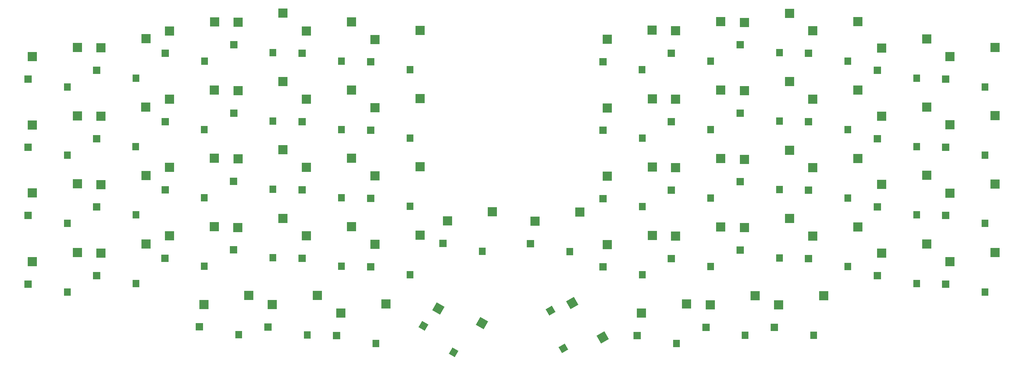
<source format=gbp>
%TF.GenerationSoftware,KiCad,Pcbnew,(6.0.10)*%
%TF.CreationDate,2023-09-30T09:22:21-05:00*%
%TF.ProjectId,RunType58,52756e54-7970-4653-9538-2e6b69636164,rev?*%
%TF.SameCoordinates,Original*%
%TF.FileFunction,Paste,Bot*%
%TF.FilePolarity,Positive*%
%FSLAX46Y46*%
G04 Gerber Fmt 4.6, Leading zero omitted, Abs format (unit mm)*
G04 Created by KiCad (PCBNEW (6.0.10)) date 2023-09-30 09:22:21*
%MOMM*%
%LPD*%
G01*
G04 APERTURE LIST*
G04 Aperture macros list*
%AMRotRect*
0 Rectangle, with rotation*
0 The origin of the aperture is its center*
0 $1 length*
0 $2 width*
0 $3 Rotation angle, in degrees counterclockwise*
0 Add horizontal line*
21,1,$1,$2,0,0,$3*%
G04 Aperture macros list end*
%ADD10R,2.000000X2.000000*%
%ADD11R,2.500000X2.500000*%
%ADD12R,1.900000X2.000000*%
%ADD13RotRect,2.000000X2.000000X150.000000*%
%ADD14RotRect,2.500000X2.500000X150.000000*%
%ADD15RotRect,1.900000X2.000000X150.000000*%
%ADD16RotRect,2.000000X2.000000X120.000000*%
%ADD17RotRect,2.500000X2.500000X120.000000*%
%ADD18RotRect,1.900000X2.000000X120.000000*%
G04 APERTURE END LIST*
D10*
%TO.C,SW58*%
X113120000Y-119210000D03*
D11*
X114320000Y-112970000D03*
D12*
X124020000Y-121410000D03*
D11*
X126820000Y-110430000D03*
%TD*%
%TO.C,SW57*%
X107790000Y-108020000D03*
D12*
X104990000Y-119000000D03*
D11*
X95290000Y-110560000D03*
D10*
X94090000Y-116800000D03*
%TD*%
D13*
%TO.C,SW56*%
X137255194Y-116514294D03*
D14*
X141414425Y-111710295D03*
D15*
X145594871Y-123869550D03*
D14*
X153509742Y-115760591D03*
%TD*%
D10*
%TO.C,SW55*%
X75060000Y-116790000D03*
D11*
X76260000Y-110550000D03*
D12*
X85960000Y-118990000D03*
D11*
X88760000Y-108010000D03*
%TD*%
D10*
%TO.C,SW54*%
X46470000Y-102520000D03*
D11*
X47670000Y-96280000D03*
D12*
X57370000Y-104720000D03*
D11*
X60170000Y-93740000D03*
%TD*%
D10*
%TO.C,SW53*%
X27420000Y-104860000D03*
D11*
X28620000Y-98620000D03*
D12*
X38320000Y-107060000D03*
D11*
X41120000Y-96080000D03*
%TD*%
D10*
%TO.C,SW52*%
X142700000Y-93570000D03*
D11*
X143900000Y-87330000D03*
D12*
X153600000Y-95770000D03*
D11*
X156400000Y-84790000D03*
%TD*%
D10*
%TO.C,SW51*%
X103560000Y-97700000D03*
D11*
X104760000Y-91460000D03*
D12*
X114460000Y-99900000D03*
D11*
X117260000Y-88920000D03*
%TD*%
D10*
%TO.C,SW50*%
X84520000Y-95370000D03*
D11*
X85720000Y-89130000D03*
D12*
X95420000Y-97570000D03*
D11*
X98220000Y-86590000D03*
%TD*%
D10*
%TO.C,SW49*%
X65490000Y-97700000D03*
D11*
X66690000Y-91460000D03*
D12*
X76390000Y-99900000D03*
D11*
X79190000Y-88920000D03*
%TD*%
D10*
%TO.C,SW48*%
X122590000Y-100070000D03*
D11*
X123790000Y-93830000D03*
D12*
X133490000Y-102270000D03*
D11*
X136290000Y-91290000D03*
%TD*%
D10*
%TO.C,SW47*%
X46480000Y-83430000D03*
D11*
X47680000Y-77190000D03*
D12*
X57380000Y-85630000D03*
D11*
X60180000Y-74650000D03*
%TD*%
D10*
%TO.C,SW46*%
X27440000Y-85780000D03*
D11*
X28640000Y-79540000D03*
D12*
X38340000Y-87980000D03*
D11*
X41140000Y-77000000D03*
%TD*%
D10*
%TO.C,SW45*%
X103560000Y-78650000D03*
D11*
X104760000Y-72410000D03*
D12*
X114460000Y-80850000D03*
D11*
X117260000Y-69870000D03*
%TD*%
D10*
%TO.C,SW44*%
X84540000Y-76280000D03*
D11*
X85740000Y-70040000D03*
D12*
X95440000Y-78480000D03*
D11*
X98240000Y-67500000D03*
%TD*%
D10*
%TO.C,SW43*%
X65510000Y-78670000D03*
D11*
X66710000Y-72430000D03*
D12*
X76410000Y-80870000D03*
D11*
X79210000Y-69890000D03*
%TD*%
D10*
%TO.C,SW42*%
X122600000Y-81040000D03*
D11*
X123800000Y-74800000D03*
D12*
X133500000Y-83240000D03*
D11*
X136300000Y-72260000D03*
%TD*%
D10*
%TO.C,SW41*%
X46460000Y-64400000D03*
D11*
X47660000Y-58160000D03*
D12*
X57360000Y-66600000D03*
D11*
X60160000Y-55620000D03*
%TD*%
D10*
%TO.C,SW40*%
X27430000Y-66840000D03*
D11*
X28630000Y-60600000D03*
D12*
X38330000Y-69040000D03*
D11*
X41130000Y-58060000D03*
%TD*%
D10*
%TO.C,SW39*%
X122600000Y-62040000D03*
D11*
X123800000Y-55800000D03*
D12*
X133500000Y-64240000D03*
D11*
X136300000Y-53260000D03*
%TD*%
D10*
%TO.C,SW38*%
X103550000Y-59660000D03*
D11*
X104750000Y-53420000D03*
D12*
X114450000Y-61860000D03*
D11*
X117250000Y-50880000D03*
%TD*%
D10*
%TO.C,SW37*%
X84550000Y-57280000D03*
D11*
X85750000Y-51040000D03*
D12*
X95450000Y-59480000D03*
D11*
X98250000Y-48500000D03*
%TD*%
D10*
%TO.C,SW36*%
X65510000Y-59680000D03*
D11*
X66710000Y-53440000D03*
D12*
X76410000Y-61880000D03*
D11*
X79210000Y-50900000D03*
%TD*%
D10*
%TO.C,SW35*%
X122590000Y-43050000D03*
D11*
X123790000Y-36810000D03*
D12*
X133490000Y-45250000D03*
D11*
X136290000Y-34270000D03*
%TD*%
D10*
%TO.C,SW34*%
X103560000Y-40660000D03*
D11*
X104760000Y-34420000D03*
D12*
X114460000Y-42860000D03*
D11*
X117260000Y-31880000D03*
%TD*%
D10*
%TO.C,SW33*%
X84550000Y-38230000D03*
D11*
X85750000Y-31990000D03*
D12*
X95450000Y-40430000D03*
D11*
X98250000Y-29450000D03*
%TD*%
D10*
%TO.C,SW32*%
X65530000Y-40680000D03*
D11*
X66730000Y-34440000D03*
D12*
X76430000Y-42880000D03*
D11*
X79230000Y-31900000D03*
%TD*%
D10*
%TO.C,SW31*%
X46490000Y-45390000D03*
D11*
X47690000Y-39150000D03*
D12*
X57390000Y-47590000D03*
D11*
X60190000Y-36610000D03*
%TD*%
D10*
%TO.C,SW30*%
X27430000Y-47830000D03*
D11*
X28630000Y-41590000D03*
D12*
X38330000Y-50030000D03*
D11*
X41130000Y-39050000D03*
%TD*%
D16*
%TO.C,SW29*%
X172545706Y-112235194D03*
D17*
X178549705Y-110154425D03*
D18*
X176090450Y-122774871D03*
D17*
X186999409Y-119709742D03*
%TD*%
D10*
%TO.C,SW28*%
X215700000Y-116900000D03*
D11*
X216900000Y-110660000D03*
D12*
X226600000Y-119100000D03*
D11*
X229400000Y-108120000D03*
%TD*%
D10*
%TO.C,SW27*%
X196600000Y-119200000D03*
D11*
X197800000Y-112960000D03*
D12*
X207500000Y-121400000D03*
D11*
X210300000Y-110420000D03*
%TD*%
D10*
%TO.C,SW26*%
X234700000Y-116900000D03*
D11*
X235900000Y-110660000D03*
D12*
X245600000Y-119100000D03*
D11*
X248400000Y-108120000D03*
%TD*%
D10*
%TO.C,SW25*%
X206100000Y-97800000D03*
D11*
X207300000Y-91560000D03*
D12*
X217000000Y-100000000D03*
D11*
X219800000Y-89020000D03*
%TD*%
D10*
%TO.C,SW24*%
X187100000Y-100100000D03*
D11*
X188300000Y-93860000D03*
D12*
X198000000Y-102300000D03*
D11*
X200800000Y-91320000D03*
%TD*%
D10*
%TO.C,SW23*%
X263300000Y-102500000D03*
D11*
X264500000Y-96260000D03*
D12*
X274200000Y-104700000D03*
D11*
X277000000Y-93720000D03*
%TD*%
D10*
%TO.C,SW22*%
X244200000Y-97800000D03*
D11*
X245400000Y-91560000D03*
D12*
X255100000Y-100000000D03*
D11*
X257900000Y-89020000D03*
%TD*%
D10*
%TO.C,SW21*%
X225200000Y-95400000D03*
D11*
X226400000Y-89160000D03*
D12*
X236100000Y-97600000D03*
D11*
X238900000Y-86620000D03*
%TD*%
D10*
%TO.C,SW20*%
X282300000Y-104900000D03*
D11*
X283500000Y-98660000D03*
D12*
X293200000Y-107100000D03*
D11*
X296000000Y-96120000D03*
%TD*%
D10*
%TO.C,SW19*%
X167000000Y-93600000D03*
D11*
X168200000Y-87360000D03*
D12*
X177900000Y-95800000D03*
D11*
X180700000Y-84820000D03*
%TD*%
D10*
%TO.C,SW18*%
X206100000Y-78700000D03*
D11*
X207300000Y-72460000D03*
D12*
X217000000Y-80900000D03*
D11*
X219800000Y-69920000D03*
%TD*%
D10*
%TO.C,SW17*%
X187100000Y-81100000D03*
D11*
X188300000Y-74860000D03*
D12*
X198000000Y-83300000D03*
D11*
X200800000Y-72320000D03*
%TD*%
D10*
%TO.C,SW16*%
X263300000Y-83400000D03*
D11*
X264500000Y-77160000D03*
D12*
X274200000Y-85600000D03*
D11*
X277000000Y-74620000D03*
%TD*%
D10*
%TO.C,SW15*%
X244200000Y-78700000D03*
D11*
X245400000Y-72460000D03*
D12*
X255100000Y-80900000D03*
D11*
X257900000Y-69920000D03*
%TD*%
D10*
%TO.C,SW14*%
X225200000Y-76400000D03*
D11*
X226400000Y-70160000D03*
D12*
X236100000Y-78600000D03*
D11*
X238900000Y-67620000D03*
%TD*%
D10*
%TO.C,SW13*%
X282300000Y-85800000D03*
D11*
X283500000Y-79560000D03*
D12*
X293200000Y-88000000D03*
D11*
X296000000Y-77020000D03*
%TD*%
D10*
%TO.C,SW12*%
X206100000Y-59700000D03*
D11*
X207300000Y-53460000D03*
D12*
X217000000Y-61900000D03*
D11*
X219800000Y-50920000D03*
%TD*%
D10*
%TO.C,SW11*%
X187100000Y-62100000D03*
D11*
X188300000Y-55860000D03*
D12*
X198000000Y-64300000D03*
D11*
X200800000Y-53320000D03*
%TD*%
D10*
%TO.C,SW10*%
X263300000Y-64400000D03*
D11*
X264500000Y-58160000D03*
D12*
X274200000Y-66600000D03*
D11*
X277000000Y-55620000D03*
%TD*%
D10*
%TO.C,SW9*%
X244200000Y-59700000D03*
D11*
X245400000Y-53460000D03*
D12*
X255100000Y-61900000D03*
D11*
X257900000Y-50920000D03*
%TD*%
D10*
%TO.C,SW8*%
X225200000Y-57300000D03*
D11*
X226400000Y-51060000D03*
D12*
X236100000Y-59500000D03*
D11*
X238900000Y-48520000D03*
%TD*%
D10*
%TO.C,SW7*%
X282300000Y-66800000D03*
D11*
X283500000Y-60560000D03*
D12*
X293200000Y-69000000D03*
D11*
X296000000Y-58020000D03*
%TD*%
D10*
%TO.C,SW5*%
X263300000Y-45400000D03*
D11*
X264500000Y-39160000D03*
D12*
X274200000Y-47600000D03*
D11*
X277000000Y-36620000D03*
%TD*%
D10*
%TO.C,SW4*%
X244200000Y-40600000D03*
D11*
X245400000Y-34360000D03*
D12*
X255100000Y-42800000D03*
D11*
X257900000Y-31820000D03*
%TD*%
D10*
%TO.C,SW2*%
X282300000Y-47800000D03*
D11*
X283500000Y-41560000D03*
D12*
X293200000Y-50000000D03*
D11*
X296000000Y-39020000D03*
%TD*%
D10*
%TO.C,SW1*%
X187091208Y-43021497D03*
D11*
X188291208Y-36781497D03*
D12*
X197991208Y-45221497D03*
D11*
X200791208Y-34241497D03*
%TD*%
D10*
%TO.C,SW6*%
X206088008Y-40624196D03*
D11*
X207288008Y-34384196D03*
D12*
X216988008Y-42824196D03*
D11*
X219788008Y-31844196D03*
%TD*%
D10*
%TO.C,SW3*%
X225200000Y-38300000D03*
D11*
X226400000Y-32060000D03*
D12*
X236100000Y-40500000D03*
D11*
X238900000Y-29520000D03*
%TD*%
M02*

</source>
